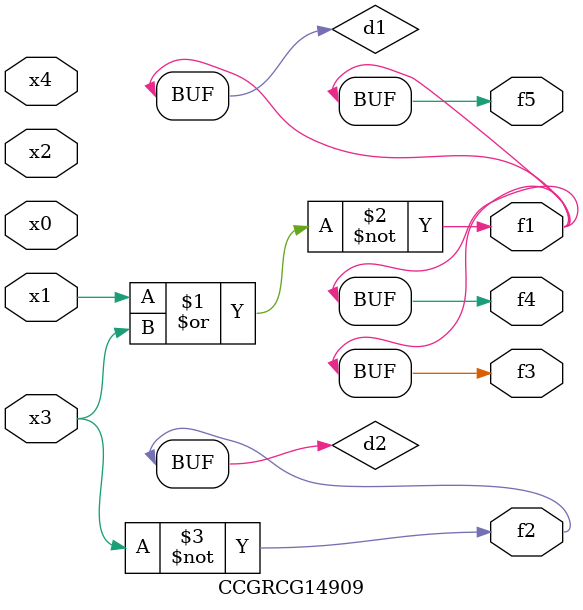
<source format=v>
module CCGRCG14909(
	input x0, x1, x2, x3, x4,
	output f1, f2, f3, f4, f5
);

	wire d1, d2;

	nor (d1, x1, x3);
	not (d2, x3);
	assign f1 = d1;
	assign f2 = d2;
	assign f3 = d1;
	assign f4 = d1;
	assign f5 = d1;
endmodule

</source>
